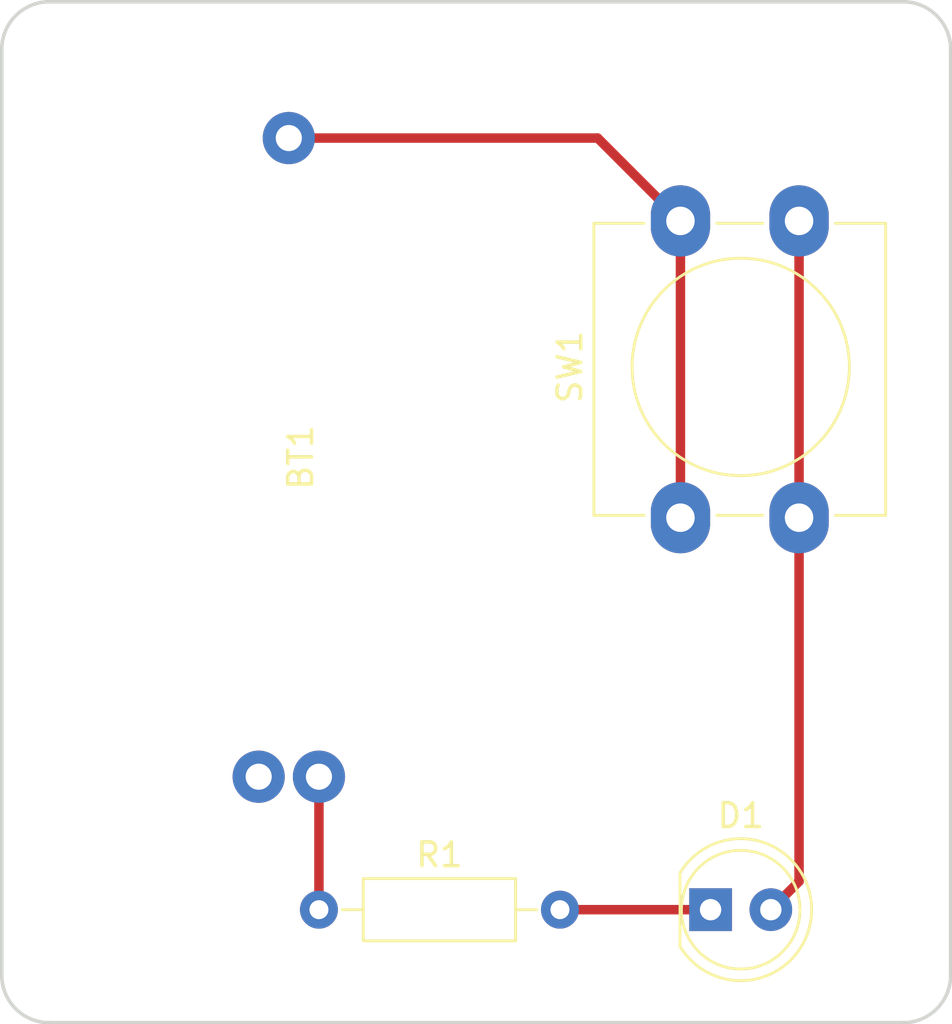
<source format=kicad_pcb>
(kicad_pcb (version 4) (host pcbnew 4.0.7)

  (general
    (links 6)
    (no_connects 0)
    (area 162.33 108.24 192.815 147.475)
    (thickness 1.6)
    (drawings 11)
    (tracks 8)
    (zones 0)
    (modules 4)
    (nets 5)
  )

  (page A4)
  (layers
    (0 F.Cu signal)
    (31 B.Cu signal)
    (32 B.Adhes user)
    (33 F.Adhes user)
    (34 B.Paste user)
    (35 F.Paste user)
    (36 B.SilkS user)
    (37 F.SilkS user)
    (38 B.Mask user)
    (39 F.Mask user)
    (40 Dwgs.User user)
    (41 Cmts.User user)
    (42 Eco1.User user)
    (43 Eco2.User user)
    (44 Edge.Cuts user)
    (45 Margin user)
    (46 B.CrtYd user)
    (47 F.CrtYd user)
    (48 B.Fab user)
    (49 F.Fab user)
  )

  (setup
    (last_trace_width 0.4)
    (trace_clearance 0.4)
    (zone_clearance 0.508)
    (zone_45_only no)
    (trace_min 0.2)
    (segment_width 0.2)
    (edge_width 0.15)
    (via_size 0.6)
    (via_drill 0.4)
    (via_min_size 0.4)
    (via_min_drill 0.3)
    (uvia_size 0.3)
    (uvia_drill 0.1)
    (uvias_allowed no)
    (uvia_min_size 0.2)
    (uvia_min_drill 0.1)
    (pcb_text_width 0.3)
    (pcb_text_size 1.5 1.5)
    (mod_edge_width 0.15)
    (mod_text_size 1 1)
    (mod_text_width 0.15)
    (pad_size 1.524 1.524)
    (pad_drill 0.762)
    (pad_to_mask_clearance 0.2)
    (aux_axis_origin 0 0)
    (visible_elements FFFFFF7F)
    (pcbplotparams
      (layerselection 0x00030_80000001)
      (usegerberextensions false)
      (excludeedgelayer true)
      (linewidth 0.100000)
      (plotframeref false)
      (viasonmask false)
      (mode 1)
      (useauxorigin false)
      (hpglpennumber 1)
      (hpglpenspeed 20)
      (hpglpendiameter 15)
      (hpglpenoverlay 2)
      (psnegative false)
      (psa4output false)
      (plotreference true)
      (plotvalue true)
      (plotinvisibletext false)
      (padsonsilk false)
      (subtractmaskfromsilk false)
      (outputformat 1)
      (mirror false)
      (drillshape 1)
      (scaleselection 1)
      (outputdirectory ""))
  )

  (net 0 "")
  (net 1 "Net-(BT1-Pad1)")
  (net 2 "Net-(BT1-Pad2)")
  (net 3 "Net-(D1-Pad1)")
  (net 4 "Net-(D1-Pad2)")

  (net_class Default "This is the default net class."
    (clearance 0.4)
    (trace_width 0.4)
    (via_dia 0.6)
    (via_drill 0.4)
    (uvia_dia 0.3)
    (uvia_drill 0.1)
    (add_net "Net-(BT1-Pad1)")
    (add_net "Net-(BT1-Pad2)")
    (add_net "Net-(D1-Pad1)")
    (add_net "Net-(D1-Pad2)")
  )

  (module My_Lib:bu-2032-1 (layer F.Cu) (tedit 5B464B8C) (tstamp 5B464EBD)
    (at 165.1 123.19 90)
    (path /5B46490A)
    (fp_text reference BT1 (at 0 0.5 90) (layer F.SilkS)
      (effects (font (size 1 1) (thickness 0.15)))
    )
    (fp_text value Battery_Cell (at 0 -0.5 90) (layer F.Fab)
      (effects (font (size 1 1) (thickness 0.15)))
    )
    (pad 1 thru_hole circle (at 13.45 0 90) (size 2.2 2.2) (drill 1.1) (layers *.Cu *.Mask)
      (net 1 "Net-(BT1-Pad1)"))
    (pad 2 thru_hole circle (at -13.45 1.27 90) (size 2.2 2.2) (drill 1.1) (layers *.Cu *.Mask)
      (net 2 "Net-(BT1-Pad2)"))
    (pad 3 thru_hole circle (at -13.45 -1.27 90) (size 2.2 2.2) (drill 1.1) (layers *.Cu *.Mask))
  )

  (module LEDs:LED_D5.0mm (layer F.Cu) (tedit 5995936A) (tstamp 5B464EC3)
    (at 182.88 142.24)
    (descr "LED, diameter 5.0mm, 2 pins, http://cdn-reichelt.de/documents/datenblatt/A500/LL-504BC2E-009.pdf")
    (tags "LED diameter 5.0mm 2 pins")
    (path /5B461EAB)
    (fp_text reference D1 (at 1.27 -3.96) (layer F.SilkS)
      (effects (font (size 1 1) (thickness 0.15)))
    )
    (fp_text value LED (at 1.27 3.96) (layer F.Fab)
      (effects (font (size 1 1) (thickness 0.15)))
    )
    (fp_arc (start 1.27 0) (end -1.23 -1.469694) (angle 299.1) (layer F.Fab) (width 0.1))
    (fp_arc (start 1.27 0) (end -1.29 -1.54483) (angle 148.9) (layer F.SilkS) (width 0.12))
    (fp_arc (start 1.27 0) (end -1.29 1.54483) (angle -148.9) (layer F.SilkS) (width 0.12))
    (fp_circle (center 1.27 0) (end 3.77 0) (layer F.Fab) (width 0.1))
    (fp_circle (center 1.27 0) (end 3.77 0) (layer F.SilkS) (width 0.12))
    (fp_line (start -1.23 -1.469694) (end -1.23 1.469694) (layer F.Fab) (width 0.1))
    (fp_line (start -1.29 -1.545) (end -1.29 1.545) (layer F.SilkS) (width 0.12))
    (fp_line (start -1.95 -3.25) (end -1.95 3.25) (layer F.CrtYd) (width 0.05))
    (fp_line (start -1.95 3.25) (end 4.5 3.25) (layer F.CrtYd) (width 0.05))
    (fp_line (start 4.5 3.25) (end 4.5 -3.25) (layer F.CrtYd) (width 0.05))
    (fp_line (start 4.5 -3.25) (end -1.95 -3.25) (layer F.CrtYd) (width 0.05))
    (fp_text user %R (at 1.25 0) (layer F.Fab)
      (effects (font (size 0.8 0.8) (thickness 0.2)))
    )
    (pad 1 thru_hole rect (at 0 0) (size 1.8 1.8) (drill 0.9) (layers *.Cu *.Mask)
      (net 3 "Net-(D1-Pad1)"))
    (pad 2 thru_hole circle (at 2.54 0) (size 1.8 1.8) (drill 0.9) (layers *.Cu *.Mask)
      (net 4 "Net-(D1-Pad2)"))
    (model ${KISYS3DMOD}/LEDs.3dshapes/LED_D5.0mm.wrl
      (at (xyz 0 0 0))
      (scale (xyz 0.393701 0.393701 0.393701))
      (rotate (xyz 0 0 0))
    )
  )

  (module Resistors_THT:R_Axial_DIN0207_L6.3mm_D2.5mm_P10.16mm_Horizontal (layer F.Cu) (tedit 5874F706) (tstamp 5B464EC9)
    (at 166.37 142.24)
    (descr "Resistor, Axial_DIN0207 series, Axial, Horizontal, pin pitch=10.16mm, 0.25W = 1/4W, length*diameter=6.3*2.5mm^2, http://cdn-reichelt.de/documents/datenblatt/B400/1_4W%23YAG.pdf")
    (tags "Resistor Axial_DIN0207 series Axial Horizontal pin pitch 10.16mm 0.25W = 1/4W length 6.3mm diameter 2.5mm")
    (path /5B461DEB)
    (fp_text reference R1 (at 5.08 -2.31) (layer F.SilkS)
      (effects (font (size 1 1) (thickness 0.15)))
    )
    (fp_text value "100 ohms" (at 5.08 2.31) (layer F.Fab)
      (effects (font (size 1 1) (thickness 0.15)))
    )
    (fp_line (start 1.93 -1.25) (end 1.93 1.25) (layer F.Fab) (width 0.1))
    (fp_line (start 1.93 1.25) (end 8.23 1.25) (layer F.Fab) (width 0.1))
    (fp_line (start 8.23 1.25) (end 8.23 -1.25) (layer F.Fab) (width 0.1))
    (fp_line (start 8.23 -1.25) (end 1.93 -1.25) (layer F.Fab) (width 0.1))
    (fp_line (start 0 0) (end 1.93 0) (layer F.Fab) (width 0.1))
    (fp_line (start 10.16 0) (end 8.23 0) (layer F.Fab) (width 0.1))
    (fp_line (start 1.87 -1.31) (end 1.87 1.31) (layer F.SilkS) (width 0.12))
    (fp_line (start 1.87 1.31) (end 8.29 1.31) (layer F.SilkS) (width 0.12))
    (fp_line (start 8.29 1.31) (end 8.29 -1.31) (layer F.SilkS) (width 0.12))
    (fp_line (start 8.29 -1.31) (end 1.87 -1.31) (layer F.SilkS) (width 0.12))
    (fp_line (start 0.98 0) (end 1.87 0) (layer F.SilkS) (width 0.12))
    (fp_line (start 9.18 0) (end 8.29 0) (layer F.SilkS) (width 0.12))
    (fp_line (start -1.05 -1.6) (end -1.05 1.6) (layer F.CrtYd) (width 0.05))
    (fp_line (start -1.05 1.6) (end 11.25 1.6) (layer F.CrtYd) (width 0.05))
    (fp_line (start 11.25 1.6) (end 11.25 -1.6) (layer F.CrtYd) (width 0.05))
    (fp_line (start 11.25 -1.6) (end -1.05 -1.6) (layer F.CrtYd) (width 0.05))
    (pad 1 thru_hole circle (at 0 0) (size 1.6 1.6) (drill 0.8) (layers *.Cu *.Mask)
      (net 2 "Net-(BT1-Pad2)"))
    (pad 2 thru_hole oval (at 10.16 0) (size 1.6 1.6) (drill 0.8) (layers *.Cu *.Mask)
      (net 3 "Net-(D1-Pad1)"))
    (model ${KISYS3DMOD}/Resistors_THT.3dshapes/R_Axial_DIN0207_L6.3mm_D2.5mm_P10.16mm_Horizontal.wrl
      (at (xyz 0 0 0))
      (scale (xyz 0.393701 0.393701 0.393701))
      (rotate (xyz 0 0 0))
    )
  )

  (module Buttons_Switches_THT:SW_PUSH-12mm_Wuerth-430476085716 (layer F.Cu) (tedit 59BC4CF4) (tstamp 5B464ED1)
    (at 181.61 125.73 90)
    (descr "SW PUSH 12mm http://katalog.we-online.de/em/datasheet/430476085716.pdf")
    (tags "tact sw push 12mm")
    (path /5B464994)
    (fp_text reference SW1 (at 6.35 -4.66 90) (layer F.SilkS)
      (effects (font (size 1 1) (thickness 0.15)))
    )
    (fp_text value SW_Push (at 6.35 9.93 90) (layer F.Fab)
      (effects (font (size 1 1) (thickness 0.15)))
    )
    (fp_circle (center 6.35 2.54) (end 10.92905 2.54) (layer F.SilkS) (width 0.12))
    (fp_line (start 0.25 -3.5) (end 0.25 8.5) (layer F.Fab) (width 0.1))
    (fp_line (start 0.25 8.5) (end 12.25 8.5) (layer F.Fab) (width 0.1))
    (fp_line (start 12.25 8.5) (end 12.25 -3.5) (layer F.Fab) (width 0.1))
    (fp_line (start 12.25 -3.5) (end 0.25 -3.5) (layer F.Fab) (width 0.1))
    (fp_line (start 0.1 -1.53) (end 0.1 -3.65) (layer F.SilkS) (width 0.12))
    (fp_line (start 0.1 -3.65) (end 12.4 -3.65) (layer F.SilkS) (width 0.12))
    (fp_line (start 12.4 -3.65) (end 12.4 -1.53) (layer F.SilkS) (width 0.12))
    (fp_line (start 12.4 1.53) (end 12.4 3.47) (layer F.SilkS) (width 0.12))
    (fp_line (start 12.4 6.53) (end 12.4 8.65) (layer F.SilkS) (width 0.12))
    (fp_line (start 12.4 8.65) (end 0.1 8.65) (layer F.SilkS) (width 0.12))
    (fp_line (start 0.1 8.65) (end 0.1 6.53) (layer F.SilkS) (width 0.12))
    (fp_line (start 0.1 3.47) (end 0.1 1.53) (layer F.SilkS) (width 0.12))
    (fp_line (start -1.75 -3.75) (end -1.75 8.75) (layer F.CrtYd) (width 0.05))
    (fp_line (start -1.75 8.75) (end 14.25 8.75) (layer F.CrtYd) (width 0.05))
    (fp_line (start 14.25 8.75) (end 14.25 -3.75) (layer F.CrtYd) (width 0.05))
    (fp_line (start 14.25 -3.75) (end -1.75 -3.75) (layer F.CrtYd) (width 0.05))
    (fp_text user %R (at 6.35 2.54 90) (layer F.Fab)
      (effects (font (size 1 1) (thickness 0.15)))
    )
    (pad 1 thru_hole oval (at 12.5 0 90) (size 3 2.5) (drill 1.2) (layers *.Cu *.Mask)
      (net 1 "Net-(BT1-Pad1)"))
    (pad 2 thru_hole oval (at 12.5 5 90) (size 3 2.5) (drill 1.2) (layers *.Cu *.Mask)
      (net 4 "Net-(D1-Pad2)"))
    (pad 1 thru_hole oval (at 0 0 90) (size 3 2.5) (drill 1.2) (layers *.Cu *.Mask)
      (net 1 "Net-(BT1-Pad1)"))
    (pad 2 thru_hole oval (at 0 5 90) (size 3 2.5) (drill 1.2) (layers *.Cu *.Mask)
      (net 4 "Net-(D1-Pad2)"))
    (model ${KISYS3DMOD}/Buttons_Switches_THT.3dshapes/SW_PUSH-12mm_Wuerth-430476085716.wrl
      (at (xyz 0 0 0))
      (scale (xyz 1 1 1))
      (rotate (xyz 0 0 0))
    )
  )

  (gr_arc (start 191 106) (end 191 104) (angle 90) (layer Edge.Cuts) (width 0.15))
  (gr_arc (start 191 145) (end 193 145) (angle 90) (layer Edge.Cuts) (width 0.15))
  (gr_arc (start 155 145) (end 155 147) (angle 90) (layer Edge.Cuts) (width 0.15))
  (gr_arc (start 155 106) (end 153 106) (angle 90) (layer Edge.Cuts) (width 0.15))
  (gr_line (start 153 111) (end 153 106) (angle 90) (layer Edge.Cuts) (width 0.15))
  (gr_line (start 191 104) (end 155 104) (angle 90) (layer Edge.Cuts) (width 0.15))
  (gr_line (start 193 111) (end 193 106) (angle 90) (layer Edge.Cuts) (width 0.15))
  (gr_line (start 193 145) (end 193 111) (angle 90) (layer Edge.Cuts) (width 0.15))
  (gr_line (start 188 147) (end 191 147) (angle 90) (layer Edge.Cuts) (width 0.15))
  (gr_line (start 155 147) (end 188 147) (angle 90) (layer Edge.Cuts) (width 0.15))
  (gr_line (start 153 111) (end 153 145) (angle 90) (layer Edge.Cuts) (width 0.15))

  (segment (start 181.61 113.23) (end 181.61 125.73) (width 0.4) (layer F.Cu) (net 1))
  (segment (start 165.1 109.74) (end 178.12 109.74) (width 0.4) (layer F.Cu) (net 1))
  (segment (start 178.12 109.74) (end 181.61 113.23) (width 0.4) (layer F.Cu) (net 1) (tstamp 5B465068))
  (segment (start 166.37 136.64) (end 166.37 142.24) (width 0.4) (layer F.Cu) (net 2))
  (segment (start 176.53 142.24) (end 182.88 142.24) (width 0.4) (layer F.Cu) (net 3))
  (segment (start 186.61 113.23) (end 186.61 125.73) (width 0.4) (layer F.Cu) (net 4))
  (segment (start 186.61 125.73) (end 186.61 141.05) (width 0.4) (layer F.Cu) (net 4))
  (segment (start 186.61 141.05) (end 185.42 142.24) (width 0.4) (layer F.Cu) (net 4) (tstamp 5B46508C))

)

</source>
